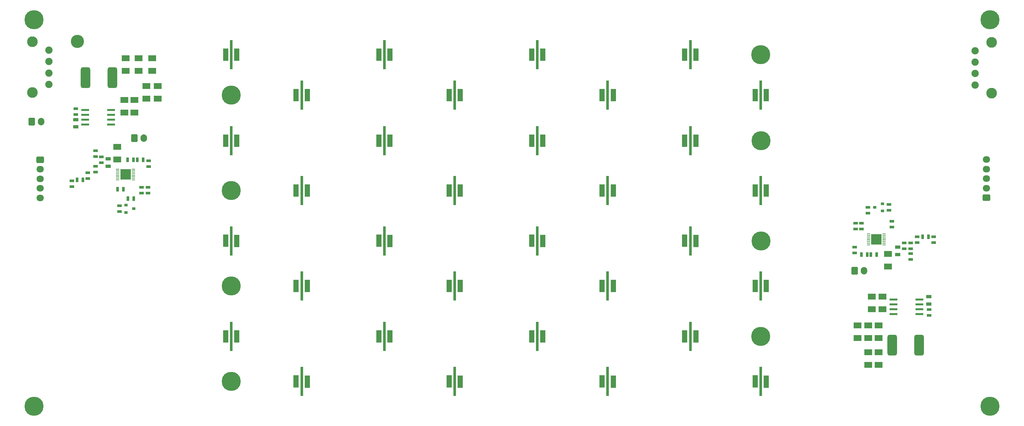
<source format=gbr>
%TF.GenerationSoftware,KiCad,Pcbnew,6.0.6-3a73a75311~116~ubuntu20.04.1*%
%TF.CreationDate,2022-07-12T22:33:22+02:00*%
%TF.ProjectId,LEDBoard_template,4c454442-6f61-4726-945f-74656d706c61,rev?*%
%TF.SameCoordinates,Original*%
%TF.FileFunction,Soldermask,Top*%
%TF.FilePolarity,Negative*%
%FSLAX46Y46*%
G04 Gerber Fmt 4.6, Leading zero omitted, Abs format (unit mm)*
G04 Created by KiCad (PCBNEW 6.0.6-3a73a75311~116~ubuntu20.04.1) date 2022-07-12 22:33:22*
%MOMM*%
%LPD*%
G01*
G04 APERTURE LIST*
G04 Aperture macros list*
%AMRoundRect*
0 Rectangle with rounded corners*
0 $1 Rounding radius*
0 $2 $3 $4 $5 $6 $7 $8 $9 X,Y pos of 4 corners*
0 Add a 4 corners polygon primitive as box body*
4,1,4,$2,$3,$4,$5,$6,$7,$8,$9,$2,$3,0*
0 Add four circle primitives for the rounded corners*
1,1,$1+$1,$2,$3*
1,1,$1+$1,$4,$5*
1,1,$1+$1,$6,$7*
1,1,$1+$1,$8,$9*
0 Add four rect primitives between the rounded corners*
20,1,$1+$1,$2,$3,$4,$5,0*
20,1,$1+$1,$4,$5,$6,$7,0*
20,1,$1+$1,$6,$7,$8,$9,0*
20,1,$1+$1,$8,$9,$2,$3,0*%
G04 Aperture macros list end*
%ADD10C,5.000000*%
%ADD11C,3.450000*%
%ADD12R,1.400000X3.300000*%
%ADD13C,0.650000*%
%ADD14R,0.700000X7.600000*%
%ADD15C,1.900000*%
%ADD16C,2.800000*%
%ADD17R,2.032000X1.524000*%
%ADD18R,1.143000X0.635000*%
%ADD19RoundRect,0.637500X0.637500X2.112500X-0.637500X2.112500X-0.637500X-2.112500X0.637500X-2.112500X0*%
%ADD20R,0.635000X1.143000*%
%ADD21R,0.900000X0.800000*%
%ADD22R,0.900000X0.200000*%
%ADD23C,0.675000*%
%ADD24R,1.350000X1.350000*%
%ADD25RoundRect,0.250000X-0.600000X-0.750000X0.600000X-0.750000X0.600000X0.750000X-0.600000X0.750000X0*%
%ADD26O,1.700000X2.000000*%
%ADD27R,2.000000X0.600000*%
%ADD28R,1.397000X0.889000*%
%ADD29RoundRect,0.250000X-0.725000X0.600000X-0.725000X-0.600000X0.725000X-0.600000X0.725000X0.600000X0*%
%ADD30O,1.950000X1.700000*%
%ADD31RoundRect,0.637500X-0.637500X-2.112500X0.637500X-2.112500X0.637500X2.112500X-0.637500X2.112500X0*%
%ADD32RoundRect,0.250000X0.725000X-0.600000X0.725000X0.600000X-0.725000X0.600000X-0.725000X-0.600000X0*%
G04 APERTURE END LIST*
D10*
%TO.C,REF\u002A\u002A*%
X355550000Y-110300000D03*
%TD*%
D11*
%TO.C,REF\u002A\u002A*%
X117000000Y-116000000D03*
%TD*%
D12*
%TO.C,D109*%
X278650000Y-168200000D03*
X275750000Y-168180000D03*
D13*
X277200000Y-167565000D03*
X277200000Y-168835000D03*
D14*
X277200000Y-168200000D03*
D13*
X277200000Y-168200000D03*
X277200000Y-169470000D03*
X277200000Y-166930000D03*
%TD*%
D15*
%TO.C,J104*%
X351680000Y-118400000D03*
X351680000Y-121400000D03*
X351680000Y-124400000D03*
X351680000Y-127400000D03*
D16*
X356000000Y-129550000D03*
X356000000Y-116250000D03*
%TD*%
D17*
%TO.C,C207*%
X323700000Y-193651000D03*
X323700000Y-190349000D03*
%TD*%
D18*
%TO.C,R203*%
X340800000Y-167138000D03*
X340800000Y-168662000D03*
%TD*%
D19*
%TO.C,U202*%
X337025000Y-195500000D03*
X329975000Y-195500000D03*
%TD*%
D18*
%TO.C,R214*%
X323650000Y-159388000D03*
X323650000Y-160912000D03*
%TD*%
D20*
%TO.C,R204*%
X339462000Y-167100000D03*
X337938000Y-167100000D03*
%TD*%
D12*
%TO.C,D104*%
X158650000Y-119500000D03*
X155750000Y-119480000D03*
D13*
X157200000Y-118230000D03*
X157200000Y-119500000D03*
X157200000Y-118865000D03*
X157200000Y-120770000D03*
X157200000Y-120135000D03*
D14*
X157200000Y-119500000D03*
%TD*%
D18*
%TO.C,R213*%
X329150000Y-158638000D03*
X329150000Y-160162000D03*
%TD*%
D12*
%TO.C,D106*%
X238650000Y-141980000D03*
X235750000Y-141960000D03*
D13*
X237200000Y-141345000D03*
X237200000Y-143250000D03*
X237200000Y-141980000D03*
D14*
X237200000Y-141980000D03*
D13*
X237200000Y-140710000D03*
X237200000Y-142615000D03*
%TD*%
D20*
%TO.C,R208*%
X324400000Y-171800000D03*
X325924000Y-171800000D03*
%TD*%
D17*
%TO.C,C107*%
X138000000Y-127649000D03*
X138000000Y-130951000D03*
%TD*%
D12*
%TO.C,D114*%
X238650000Y-193200000D03*
X235750000Y-193180000D03*
D13*
X237200000Y-193835000D03*
X237200000Y-191930000D03*
D14*
X237200000Y-193200000D03*
D13*
X237200000Y-192565000D03*
X237200000Y-193200000D03*
X237200000Y-194470000D03*
%TD*%
D18*
%TO.C,R109*%
X133750000Y-154138000D03*
X133750000Y-155662000D03*
%TD*%
D17*
%TO.C,C206*%
X326400000Y-193651000D03*
X326400000Y-190349000D03*
%TD*%
D12*
%TO.C,D107*%
X198650000Y-141980000D03*
X195750000Y-141960000D03*
D13*
X197200000Y-141345000D03*
X197200000Y-142615000D03*
X197200000Y-140710000D03*
D14*
X197200000Y-141980000D03*
D13*
X197200000Y-143250000D03*
X197200000Y-141980000D03*
%TD*%
D10*
%TO.C,REF\u002A\u002A*%
X295600000Y-193200000D03*
%TD*%
D12*
%TO.C,D208*%
X294150000Y-180000000D03*
X297050000Y-180020000D03*
D13*
X295600000Y-181270000D03*
D14*
X295600000Y-180000000D03*
D13*
X295600000Y-178730000D03*
X295600000Y-180000000D03*
X295600000Y-180635000D03*
X295600000Y-179365000D03*
%TD*%
D18*
%TO.C,R103*%
X115500000Y-152438000D03*
X115500000Y-153962000D03*
%TD*%
D21*
%TO.C,Q101*%
X129700000Y-158850000D03*
X129700000Y-160750000D03*
X131700000Y-159800000D03*
%TD*%
D22*
%TO.C,U103*%
X127500000Y-149400000D03*
X127500000Y-149800000D03*
X127500000Y-150200000D03*
X127500000Y-150600000D03*
X127500000Y-151000000D03*
X127500000Y-151400000D03*
X127500000Y-151800000D03*
X127500000Y-152200000D03*
X131600000Y-152200000D03*
X131600000Y-151800000D03*
X131600000Y-151400000D03*
X131600000Y-151000000D03*
X131600000Y-150600000D03*
X131600000Y-150200000D03*
X131600000Y-149800000D03*
X131600000Y-149400000D03*
D23*
X130225000Y-150125000D03*
X128875000Y-151475000D03*
D24*
X130225000Y-151475000D03*
X128875000Y-150125000D03*
D23*
X130225000Y-151475000D03*
D24*
X128875000Y-151475000D03*
D23*
X128875000Y-150125000D03*
D24*
X130225000Y-150125000D03*
%TD*%
D25*
%TO.C,J106*%
X105000000Y-137000000D03*
D26*
X107500000Y-137000000D03*
%TD*%
D20*
%TO.C,R113*%
X131662000Y-157100000D03*
X130138000Y-157100000D03*
%TD*%
D12*
%TO.C,D203*%
X254150000Y-205000000D03*
X257050000Y-205020000D03*
D13*
X255600000Y-203730000D03*
X255600000Y-206270000D03*
X255600000Y-204365000D03*
X255600000Y-205635000D03*
D14*
X255600000Y-205000000D03*
D13*
X255600000Y-205000000D03*
%TD*%
D10*
%TO.C,REF\u002A\u002A*%
X355550000Y-211500000D03*
%TD*%
D17*
%TO.C,C211*%
X328900000Y-171649000D03*
X328900000Y-174951000D03*
%TD*%
D12*
%TO.C,D205*%
X174150000Y-180000000D03*
X177050000Y-180020000D03*
D14*
X175600000Y-180000000D03*
D13*
X175600000Y-180635000D03*
X175600000Y-180000000D03*
X175600000Y-179365000D03*
X175600000Y-181270000D03*
X175600000Y-178730000D03*
%TD*%
D12*
%TO.C,D113*%
X278650000Y-193200000D03*
X275750000Y-193180000D03*
D13*
X277200000Y-193835000D03*
X277200000Y-194470000D03*
D14*
X277200000Y-193200000D03*
D13*
X277200000Y-193200000D03*
X277200000Y-192565000D03*
X277200000Y-191930000D03*
%TD*%
D27*
%TO.C,U201*%
X337070123Y-187400122D03*
X337070123Y-186130122D03*
X337070123Y-184860122D03*
X337070123Y-183590122D03*
X330320123Y-183590122D03*
X330320123Y-184860122D03*
X330320123Y-186130122D03*
X330320123Y-187400122D03*
%TD*%
D17*
%TO.C,C201*%
X327400000Y-186051000D03*
X327400000Y-182749000D03*
%TD*%
D12*
%TO.C,D210*%
X214150000Y-155000000D03*
X217050000Y-155020000D03*
D14*
X215600000Y-155000000D03*
D13*
X215600000Y-153730000D03*
X215600000Y-155635000D03*
X215600000Y-154365000D03*
X215600000Y-155000000D03*
X215600000Y-156270000D03*
%TD*%
D18*
%TO.C,C204*%
X339600000Y-187662000D03*
X339600000Y-186138000D03*
%TD*%
D12*
%TO.C,D111*%
X198650000Y-168200000D03*
X195750000Y-168180000D03*
D13*
X197200000Y-166930000D03*
X197200000Y-169470000D03*
X197200000Y-168835000D03*
X197200000Y-167565000D03*
D14*
X197200000Y-168200000D03*
D13*
X197200000Y-168200000D03*
%TD*%
D17*
%TO.C,C202*%
X324650000Y-186051000D03*
X324650000Y-182749000D03*
%TD*%
D12*
%TO.C,D212*%
X294150000Y-155000000D03*
X297050000Y-155020000D03*
D13*
X295600000Y-155635000D03*
X295600000Y-154365000D03*
X295600000Y-153730000D03*
X295600000Y-156270000D03*
X295600000Y-155000000D03*
D14*
X295600000Y-155000000D03*
%TD*%
D12*
%TO.C,D112*%
X158650000Y-168200000D03*
X155750000Y-168180000D03*
D13*
X157200000Y-167565000D03*
X157200000Y-168200000D03*
D14*
X157200000Y-168200000D03*
D13*
X157200000Y-169470000D03*
X157200000Y-168835000D03*
X157200000Y-166930000D03*
%TD*%
D17*
%TO.C,C121*%
X127350000Y-146851000D03*
X127350000Y-143549000D03*
%TD*%
D18*
%TO.C,R202*%
X334800000Y-170262000D03*
X334800000Y-168738000D03*
%TD*%
D12*
%TO.C,D206*%
X214150000Y-180000000D03*
X217050000Y-180020000D03*
D13*
X215600000Y-180635000D03*
X215600000Y-178730000D03*
X215600000Y-181270000D03*
D14*
X215600000Y-180000000D03*
D13*
X215600000Y-179365000D03*
X215600000Y-180000000D03*
%TD*%
D18*
%TO.C,R206*%
X333100000Y-168738000D03*
X333100000Y-170262000D03*
%TD*%
%TO.C,R106*%
X121700000Y-150162000D03*
X121700000Y-148638000D03*
%TD*%
D10*
%TO.C,REF\u002A\u002A*%
X295600000Y-119500000D03*
%TD*%
D12*
%TO.C,D201*%
X174150000Y-205000000D03*
X177050000Y-205020000D03*
D13*
X175600000Y-206270000D03*
D14*
X175600000Y-205000000D03*
D13*
X175600000Y-205635000D03*
X175600000Y-204365000D03*
X175600000Y-203730000D03*
X175600000Y-205000000D03*
%TD*%
D17*
%TO.C,C110*%
X129600000Y-123651000D03*
X129600000Y-120349000D03*
%TD*%
D18*
%TO.C,R105*%
X119700000Y-150338000D03*
X119700000Y-151862000D03*
%TD*%
D12*
%TO.C,D102*%
X238650000Y-119500000D03*
X235750000Y-119480000D03*
D13*
X237200000Y-120770000D03*
X237200000Y-119500000D03*
X237200000Y-118230000D03*
X237200000Y-120135000D03*
D14*
X237200000Y-119500000D03*
D13*
X237200000Y-118865000D03*
%TD*%
D28*
%TO.C,C103*%
X116500000Y-136447500D03*
X116500000Y-138352500D03*
%TD*%
D15*
%TO.C,J103*%
X109470001Y-127250000D03*
X109470001Y-124250000D03*
X109470001Y-121250000D03*
X109470001Y-118250000D03*
D16*
X105150001Y-129400000D03*
X105150001Y-116100000D03*
%TD*%
D21*
%TO.C,Q201*%
X327400000Y-160350000D03*
X327400000Y-158450000D03*
X325400000Y-159400000D03*
%TD*%
D12*
%TO.C,D103*%
X198650000Y-119500000D03*
X195750000Y-119480000D03*
D13*
X197200000Y-118865000D03*
X197200000Y-119500000D03*
X197200000Y-120770000D03*
X197200000Y-118230000D03*
X197200000Y-120135000D03*
D14*
X197200000Y-119500000D03*
%TD*%
D20*
%TO.C,R107*%
X127438000Y-154700000D03*
X128962000Y-154700000D03*
%TD*%
D10*
%TO.C,REF\u002A\u002A*%
X157200000Y-205000000D03*
%TD*%
D12*
%TO.C,D209*%
X174150000Y-155000000D03*
X177050000Y-155020000D03*
D13*
X175600000Y-156270000D03*
D14*
X175600000Y-155000000D03*
D13*
X175600000Y-153730000D03*
X175600000Y-155635000D03*
X175600000Y-155000000D03*
X175600000Y-154365000D03*
%TD*%
D22*
%TO.C,U203*%
X327900000Y-169200000D03*
X327900000Y-168800000D03*
X327900000Y-168400000D03*
X327900000Y-168000000D03*
X327900000Y-167600000D03*
X327900000Y-167200000D03*
X327900000Y-166800000D03*
X327900000Y-166400000D03*
X323800000Y-166400000D03*
X323800000Y-166800000D03*
X323800000Y-167200000D03*
X323800000Y-167600000D03*
X323800000Y-168000000D03*
X323800000Y-168400000D03*
X323800000Y-168800000D03*
X323800000Y-169200000D03*
D23*
X326525000Y-167125000D03*
X326525000Y-168475000D03*
D24*
X326525000Y-167125000D03*
D23*
X325175000Y-168475000D03*
X325175000Y-167125000D03*
D24*
X326525000Y-168475000D03*
X325175000Y-168475000D03*
X325175000Y-167125000D03*
%TD*%
D18*
%TO.C,C104*%
X116500000Y-133638000D03*
X116500000Y-135162000D03*
%TD*%
D12*
%TO.C,D207*%
X254150000Y-180000000D03*
X257050000Y-180020000D03*
D13*
X255600000Y-180000000D03*
X255600000Y-180635000D03*
X255600000Y-181270000D03*
X255600000Y-178730000D03*
X255600000Y-179365000D03*
D14*
X255600000Y-180000000D03*
%TD*%
D12*
%TO.C,D115*%
X198650000Y-193200000D03*
X195750000Y-193180000D03*
D13*
X197200000Y-192565000D03*
D14*
X197200000Y-193200000D03*
D13*
X197200000Y-191930000D03*
X197200000Y-193835000D03*
X197200000Y-194470000D03*
X197200000Y-193200000D03*
%TD*%
D12*
%TO.C,D204*%
X294150000Y-205000000D03*
X297050000Y-205020000D03*
D14*
X295600000Y-205000000D03*
D13*
X295600000Y-206270000D03*
X295600000Y-205000000D03*
X295600000Y-203730000D03*
X295600000Y-204365000D03*
X295600000Y-205635000D03*
%TD*%
D18*
%TO.C,R114*%
X135600000Y-148762000D03*
X135600000Y-147238000D03*
%TD*%
D17*
%TO.C,C106*%
X133000000Y-123651000D03*
X133000000Y-120349000D03*
%TD*%
D12*
%TO.C,D108*%
X158650000Y-141980000D03*
X155750000Y-141960000D03*
D13*
X157200000Y-140710000D03*
X157200000Y-143250000D03*
X157200000Y-142615000D03*
D14*
X157200000Y-141980000D03*
D13*
X157200000Y-141345000D03*
X157200000Y-141980000D03*
%TD*%
D18*
%TO.C,R101*%
X121700000Y-146162000D03*
X121700000Y-144638000D03*
%TD*%
D29*
%TO.C,J101*%
X107225000Y-146950000D03*
D30*
X107225000Y-149450000D03*
X107225000Y-151950000D03*
X107225000Y-154450000D03*
X107225000Y-156950000D03*
%TD*%
D18*
%TO.C,R111*%
X135400000Y-155662000D03*
X135400000Y-154138000D03*
%TD*%
D12*
%TO.C,D116*%
X158650000Y-193200000D03*
X155750000Y-193180000D03*
D13*
X157200000Y-193200000D03*
X157200000Y-193835000D03*
X157200000Y-192565000D03*
X157200000Y-191930000D03*
X157200000Y-194470000D03*
D14*
X157200000Y-193200000D03*
%TD*%
D12*
%TO.C,D213*%
X174150000Y-130000000D03*
X177050000Y-130020000D03*
D14*
X175600000Y-130000000D03*
D13*
X175600000Y-129365000D03*
X175600000Y-131270000D03*
X175600000Y-128730000D03*
X175600000Y-130635000D03*
X175600000Y-130000000D03*
%TD*%
D18*
%TO.C,R209*%
X321900000Y-165062000D03*
X321900000Y-163538000D03*
%TD*%
D17*
%TO.C,C109*%
X136500000Y-123651000D03*
X136500000Y-120349000D03*
%TD*%
D10*
%TO.C,REF\u002A\u002A*%
X105600000Y-110300000D03*
%TD*%
D17*
%TO.C,C101*%
X129199999Y-134651000D03*
X129199999Y-131349000D03*
%TD*%
D20*
%TO.C,R108*%
X131612000Y-147000000D03*
X130088000Y-147000000D03*
%TD*%
D28*
%TO.C,C105*%
X125000000Y-148652500D03*
X125000000Y-146747500D03*
%TD*%
D17*
%TO.C,C108*%
X135000000Y-127649000D03*
X135000000Y-130951000D03*
%TD*%
D12*
%TO.C,D211*%
X254150000Y-155000000D03*
X257050000Y-155020000D03*
D13*
X255600000Y-156270000D03*
D14*
X255600000Y-155000000D03*
D13*
X255600000Y-155635000D03*
X255600000Y-155000000D03*
X255600000Y-154365000D03*
X255600000Y-153730000D03*
%TD*%
D18*
%TO.C,R205*%
X336500000Y-168662000D03*
X336500000Y-167138000D03*
%TD*%
D20*
%TO.C,R104*%
X116838000Y-152200000D03*
X118362000Y-152200000D03*
%TD*%
D28*
%TO.C,C203*%
X339536500Y-184725500D03*
X339536500Y-182820500D03*
%TD*%
D18*
%TO.C,R211*%
X320400000Y-163538000D03*
X320400000Y-165062000D03*
%TD*%
%TO.C,R212*%
X320200000Y-169838000D03*
X320200000Y-171362000D03*
%TD*%
D20*
%TO.C,R110*%
X132638000Y-147000000D03*
X134162000Y-147000000D03*
%TD*%
D17*
%TO.C,C210*%
X323700000Y-197349000D03*
X323700000Y-200651000D03*
%TD*%
D12*
%TO.C,D110*%
X238650000Y-168200000D03*
X235750000Y-168180000D03*
D13*
X237200000Y-169470000D03*
X237200000Y-168835000D03*
X237200000Y-167565000D03*
X237200000Y-166930000D03*
D14*
X237200000Y-168200000D03*
D13*
X237200000Y-168200000D03*
%TD*%
D25*
%TO.C,J201*%
X320150000Y-175975000D03*
D26*
X322650000Y-175975000D03*
%TD*%
D31*
%TO.C,U102*%
X119075000Y-125500000D03*
X126125000Y-125500000D03*
%TD*%
D10*
%TO.C,REF\u002A\u002A*%
X157200000Y-130000000D03*
%TD*%
D12*
%TO.C,D101*%
X278650000Y-119500000D03*
X275750000Y-119480000D03*
D14*
X277200000Y-119500000D03*
D13*
X277200000Y-118865000D03*
X277200000Y-120135000D03*
X277200000Y-120770000D03*
X277200000Y-118230000D03*
X277200000Y-119500000D03*
%TD*%
D12*
%TO.C,D216*%
X294150000Y-130000000D03*
X297050000Y-130020000D03*
D13*
X295600000Y-130635000D03*
D14*
X295600000Y-130000000D03*
D13*
X295600000Y-129365000D03*
X295600000Y-131270000D03*
X295600000Y-128730000D03*
X295600000Y-130000000D03*
%TD*%
D18*
%TO.C,R207*%
X329900000Y-164562000D03*
X329900000Y-163038000D03*
%TD*%
%TO.C,R102*%
X123200000Y-146200000D03*
X123200000Y-147724000D03*
%TD*%
D12*
%TO.C,D214*%
X214150000Y-130000000D03*
X217050000Y-130020000D03*
D13*
X215600000Y-131270000D03*
X215600000Y-130635000D03*
D14*
X215600000Y-130000000D03*
D13*
X215600000Y-129365000D03*
X215600000Y-128730000D03*
X215600000Y-130000000D03*
%TD*%
D12*
%TO.C,D215*%
X254150000Y-130000000D03*
X257050000Y-130020000D03*
D13*
X255600000Y-129365000D03*
X255600000Y-130000000D03*
X255600000Y-131270000D03*
D14*
X255600000Y-130000000D03*
D13*
X255600000Y-128730000D03*
X255600000Y-130635000D03*
%TD*%
D27*
%TO.C,U101*%
X119029875Y-133899879D03*
X119029875Y-135169879D03*
X119029875Y-136439879D03*
X119029875Y-137709879D03*
X125779875Y-137709879D03*
X125779875Y-136439879D03*
X125779875Y-135169879D03*
X125779875Y-133899879D03*
%TD*%
D10*
%TO.C,REF\u002A\u002A*%
X157200000Y-155000000D03*
%TD*%
%TO.C,REF\u002A\u002A*%
X105600000Y-211500000D03*
%TD*%
%TO.C,REF\u002A\u002A*%
X295650000Y-168200000D03*
%TD*%
D12*
%TO.C,D202*%
X214150000Y-205000000D03*
X217050000Y-205020000D03*
D13*
X215600000Y-205000000D03*
X215600000Y-205635000D03*
X215600000Y-203730000D03*
D14*
X215600000Y-205000000D03*
D13*
X215600000Y-206270000D03*
X215600000Y-204365000D03*
%TD*%
D12*
%TO.C,D105*%
X278650000Y-141980000D03*
X275750000Y-141960000D03*
D13*
X277200000Y-141345000D03*
X277200000Y-142615000D03*
X277200000Y-143250000D03*
X277200000Y-141980000D03*
D14*
X277200000Y-141980000D03*
D13*
X277200000Y-140710000D03*
%TD*%
D32*
%TO.C,J105*%
X354600000Y-156900000D03*
D30*
X354600000Y-154400000D03*
X354600000Y-151900000D03*
X354600000Y-149400000D03*
X354600000Y-146900000D03*
%TD*%
D10*
%TO.C,REF\u002A\u002A*%
X157200000Y-180000000D03*
%TD*%
D25*
%TO.C,J102*%
X131850000Y-141275000D03*
D26*
X134350000Y-141275000D03*
%TD*%
D28*
%TO.C,C205*%
X331400000Y-169847500D03*
X331400000Y-171752500D03*
%TD*%
D18*
%TO.C,R201*%
X334800000Y-171538000D03*
X334800000Y-173062000D03*
%TD*%
D17*
%TO.C,C102*%
X131900000Y-134651000D03*
X131900000Y-131349000D03*
%TD*%
D18*
%TO.C,R112*%
X128000000Y-160562000D03*
X128000000Y-159038000D03*
%TD*%
D20*
%TO.C,R210*%
X323424000Y-171800000D03*
X321900000Y-171800000D03*
%TD*%
D10*
%TO.C,REF\u002A\u002A*%
X295650000Y-142000000D03*
%TD*%
D17*
%TO.C,C208*%
X326400000Y-197349000D03*
X326400000Y-200651000D03*
%TD*%
%TO.C,C209*%
X320900000Y-193651000D03*
X320900000Y-190349000D03*
%TD*%
M02*

</source>
